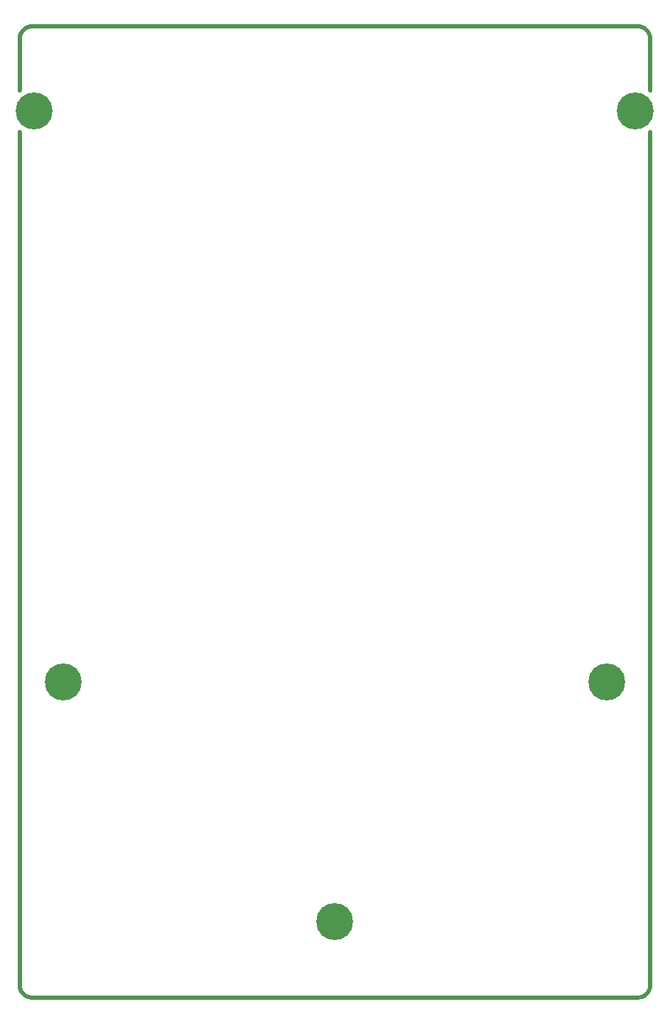
<source format=gtl>
G04 #@! TF.GenerationSoftware,KiCad,Pcbnew,(6.0.2)*
G04 #@! TF.CreationDate,2022-03-22T19:35:40-04:00*
G04 #@! TF.ProjectId,RYCpad_pcb_rear,52594370-6164-45f7-9063-625f72656172,rev?*
G04 #@! TF.SameCoordinates,Original*
G04 #@! TF.FileFunction,Copper,L1,Top*
G04 #@! TF.FilePolarity,Positive*
%FSLAX46Y46*%
G04 Gerber Fmt 4.6, Leading zero omitted, Abs format (unit mm)*
G04 Created by KiCad (PCBNEW (6.0.2)) date 2022-03-22 19:35:40*
%MOMM*%
%LPD*%
G01*
G04 APERTURE LIST*
G04 #@! TA.AperFunction,ComponentPad*
%ADD10C,4.400000*%
G04 #@! TD*
G04 APERTURE END LIST*
G36*
X37599343Y46673884D02*
G01*
X37623626Y46670291D01*
X37647440Y46664334D01*
X37670556Y46656070D01*
X37692749Y46645578D01*
X37713806Y46632961D01*
X37733525Y46618340D01*
X37751714Y46601855D01*
X37768199Y46583665D01*
X37782820Y46563947D01*
X37795438Y46542889D01*
X37805929Y46520696D01*
X37814193Y46497581D01*
X37820150Y46473767D01*
X37823743Y46449483D01*
X37824937Y46424964D01*
X37824937Y-55125425D01*
X37824765Y-55149986D01*
X37824250Y-55174540D01*
X37823391Y-55199081D01*
X37822189Y-55223607D01*
X37820645Y-55248111D01*
X37818757Y-55272591D01*
X37816527Y-55297041D01*
X37813955Y-55321457D01*
X37811041Y-55345836D01*
X37807785Y-55370172D01*
X37804188Y-55394462D01*
X37800249Y-55418700D01*
X37795969Y-55442884D01*
X37791348Y-55467007D01*
X37786386Y-55491059D01*
X37781085Y-55515027D01*
X37775446Y-55538909D01*
X37769471Y-55562703D01*
X37763161Y-55586405D01*
X37756519Y-55610013D01*
X37749546Y-55633524D01*
X37742243Y-55656935D01*
X37734613Y-55680244D01*
X37726658Y-55703447D01*
X37718378Y-55726543D01*
X37709776Y-55749527D01*
X37700853Y-55772397D01*
X37691611Y-55795152D01*
X37682053Y-55817770D01*
X37672180Y-55840240D01*
X37661995Y-55862559D01*
X37651500Y-55884724D01*
X37640695Y-55906733D01*
X37629584Y-55928584D01*
X37618168Y-55950276D01*
X37606448Y-55971806D01*
X37594427Y-55993171D01*
X37582106Y-56014370D01*
X37569488Y-56035400D01*
X37556574Y-56056260D01*
X37543366Y-56076947D01*
X37529866Y-56097459D01*
X37516078Y-56117791D01*
X37502013Y-56137932D01*
X37487673Y-56157877D01*
X37473059Y-56177623D01*
X37458174Y-56197164D01*
X37443019Y-56216496D01*
X37427596Y-56235615D01*
X37411907Y-56254515D01*
X37395955Y-56273193D01*
X37379741Y-56291643D01*
X37363267Y-56309861D01*
X37346536Y-56327842D01*
X37329548Y-56345583D01*
X37312307Y-56363077D01*
X37294820Y-56380311D01*
X37277100Y-56397294D01*
X37259151Y-56414023D01*
X37240973Y-56430496D01*
X37222571Y-56446710D01*
X37203946Y-56462663D01*
X37185100Y-56478354D01*
X37166036Y-56493779D01*
X37146757Y-56508937D01*
X37127264Y-56523825D01*
X37107560Y-56538441D01*
X37087648Y-56552783D01*
X37067530Y-56566847D01*
X37047207Y-56580633D01*
X37026688Y-56594136D01*
X37005980Y-56607345D01*
X36985089Y-56620260D01*
X36964018Y-56632879D01*
X36942771Y-56645199D01*
X36921354Y-56657220D01*
X36899770Y-56668940D01*
X36878024Y-56680356D01*
X36856120Y-56691466D01*
X36834063Y-56702270D01*
X36811856Y-56712765D01*
X36789504Y-56722950D01*
X36767012Y-56732823D01*
X36744384Y-56742381D01*
X36719876Y-56752312D01*
X36695232Y-56761857D01*
X36670457Y-56771018D01*
X36645553Y-56779794D01*
X36620524Y-56788186D01*
X36595374Y-56796196D01*
X36570107Y-56803823D01*
X36544726Y-56811069D01*
X36519234Y-56817934D01*
X36493636Y-56824419D01*
X36467935Y-56830524D01*
X36442134Y-56836251D01*
X36416237Y-56841600D01*
X36392114Y-56846223D01*
X36367931Y-56850504D01*
X36343692Y-56854444D01*
X36319403Y-56858042D01*
X36295067Y-56861298D01*
X36270688Y-56864212D01*
X36246272Y-56866783D01*
X36221822Y-56869012D01*
X36197342Y-56870899D01*
X36172838Y-56872443D01*
X36148313Y-56873644D01*
X36123771Y-56874502D01*
X36099218Y-56875017D01*
X36074657Y-56875189D01*
X-36074944Y-56875189D01*
X-36099505Y-56875017D01*
X-36124059Y-56874501D01*
X-36148600Y-56873642D01*
X-36173126Y-56872439D01*
X-36197630Y-56870894D01*
X-36222110Y-56869006D01*
X-36246560Y-56866775D01*
X-36270976Y-56864203D01*
X-36295355Y-56861288D01*
X-36319691Y-56858033D01*
X-36343981Y-56854436D01*
X-36368219Y-56850498D01*
X-36392403Y-56846219D01*
X-36416526Y-56841600D01*
X-36442425Y-56836251D01*
X-36468227Y-56830524D01*
X-36493928Y-56824419D01*
X-36519527Y-56817934D01*
X-36545018Y-56811069D01*
X-36570399Y-56803823D01*
X-36595666Y-56796196D01*
X-36620815Y-56788186D01*
X-36645843Y-56779794D01*
X-36670746Y-56771018D01*
X-36695521Y-56761857D01*
X-36720163Y-56752312D01*
X-36744671Y-56742381D01*
X-36767299Y-56732823D01*
X-36789791Y-56722950D01*
X-36812143Y-56712765D01*
X-36834350Y-56702270D01*
X-36856408Y-56691466D01*
X-36878312Y-56680356D01*
X-36900058Y-56668940D01*
X-36921642Y-56657220D01*
X-36943059Y-56645199D01*
X-36964306Y-56632879D01*
X-36985377Y-56620260D01*
X-37006268Y-56607345D01*
X-37026975Y-56594136D01*
X-37047494Y-56580633D01*
X-37067817Y-56566847D01*
X-37087936Y-56552783D01*
X-37107848Y-56538441D01*
X-37127552Y-56523825D01*
X-37147045Y-56508937D01*
X-37166325Y-56493779D01*
X-37185389Y-56478354D01*
X-37204235Y-56462663D01*
X-37222860Y-56446710D01*
X-37241263Y-56430496D01*
X-37259440Y-56414023D01*
X-37277389Y-56397294D01*
X-37295109Y-56380311D01*
X-37312596Y-56363077D01*
X-37329830Y-56345583D01*
X-37346812Y-56327842D01*
X-37363541Y-56309861D01*
X-37380013Y-56291643D01*
X-37396226Y-56273193D01*
X-37412179Y-56254515D01*
X-37427869Y-56235615D01*
X-37443294Y-56216496D01*
X-37458451Y-56197164D01*
X-37473340Y-56177623D01*
X-37487956Y-56157877D01*
X-37502298Y-56137932D01*
X-37516364Y-56117791D01*
X-37530152Y-56097459D01*
X-37543653Y-56076947D01*
X-37556861Y-56056260D01*
X-37569776Y-56035400D01*
X-37582395Y-56014370D01*
X-37594716Y-55993171D01*
X-37606738Y-55971806D01*
X-37618459Y-55950276D01*
X-37629876Y-55928584D01*
X-37640987Y-55906733D01*
X-37651792Y-55884724D01*
X-37662288Y-55862559D01*
X-37672472Y-55840240D01*
X-37682343Y-55817770D01*
X-37691900Y-55795152D01*
X-37701142Y-55772397D01*
X-37710065Y-55749527D01*
X-37718667Y-55726543D01*
X-37726947Y-55703447D01*
X-37734902Y-55680244D01*
X-37742532Y-55656935D01*
X-37749834Y-55633524D01*
X-37756807Y-55610013D01*
X-37763449Y-55586405D01*
X-37769758Y-55562703D01*
X-37775733Y-55538909D01*
X-37781372Y-55515027D01*
X-37786673Y-55491059D01*
X-37791635Y-55467007D01*
X-37796256Y-55442884D01*
X-37800536Y-55418700D01*
X-37804475Y-55394462D01*
X-37808073Y-55370172D01*
X-37811329Y-55345836D01*
X-37814243Y-55321457D01*
X-37816815Y-55297041D01*
X-37819046Y-55272591D01*
X-37820933Y-55248111D01*
X-37822478Y-55223607D01*
X-37823680Y-55199081D01*
X-37824539Y-55174540D01*
X-37825054Y-55149986D01*
X-37825226Y-55125425D01*
X-37825226Y46424964D01*
X-37824708Y46424964D01*
X-37823514Y46449483D01*
X-37819921Y46473767D01*
X-37813964Y46497581D01*
X-37805699Y46520696D01*
X-37795208Y46542889D01*
X-37782591Y46563947D01*
X-37767970Y46583665D01*
X-37751485Y46601855D01*
X-37733295Y46618340D01*
X-37713577Y46632961D01*
X-37692520Y46645578D01*
X-37670326Y46656070D01*
X-37647211Y46664334D01*
X-37623397Y46670291D01*
X-37599113Y46673884D01*
X-37574594Y46675078D01*
X-37550110Y46673837D01*
X-37525865Y46670203D01*
X-37502092Y46664212D01*
X-37479021Y46655922D01*
X-37456872Y46645411D01*
X-37435860Y46632782D01*
X-37416185Y46618156D01*
X-37398038Y46601672D01*
X-37381592Y46583491D01*
X-37367006Y46563786D01*
X-37354420Y46542747D01*
X-37343956Y46520577D01*
X-37335713Y46497488D01*
X-37329771Y46473704D01*
X-37326188Y46449451D01*
X-37324997Y46424964D01*
X-37324997Y-55125425D01*
X-37324763Y-55149983D01*
X-37324058Y-55174525D01*
X-37322881Y-55199043D01*
X-37321229Y-55223528D01*
X-37319101Y-55247974D01*
X-37316493Y-55272373D01*
X-37313404Y-55296716D01*
X-37309832Y-55320997D01*
X-37305773Y-55345207D01*
X-37301227Y-55369339D01*
X-37296194Y-55393381D01*
X-37290682Y-55417315D01*
X-37284694Y-55441133D01*
X-37278237Y-55464828D01*
X-37271315Y-55488391D01*
X-37263934Y-55511814D01*
X-37256098Y-55535089D01*
X-37247812Y-55558209D01*
X-37239083Y-55581164D01*
X-37229914Y-55603948D01*
X-37220299Y-55626541D01*
X-37210260Y-55648927D01*
X-37199798Y-55671101D01*
X-37188911Y-55693058D01*
X-37177599Y-55714792D01*
X-37165864Y-55736299D01*
X-37153703Y-55757573D01*
X-37141119Y-55778611D01*
X-37128109Y-55799407D01*
X-37114674Y-55819956D01*
X-37100828Y-55840232D01*
X-37086588Y-55860212D01*
X-37071958Y-55879892D01*
X-37056946Y-55899270D01*
X-37041555Y-55918346D01*
X-37025792Y-55937115D01*
X-37009662Y-55955576D01*
X-36993171Y-55973728D01*
X-36976325Y-55991567D01*
X-36959129Y-56009091D01*
X-36941589Y-56026288D01*
X-36923710Y-56043135D01*
X-36905501Y-56059626D01*
X-36886969Y-56075756D01*
X-36868123Y-56091519D01*
X-36848971Y-56106909D01*
X-36829522Y-56121922D01*
X-36809784Y-56136552D01*
X-36789766Y-56150793D01*
X-36769475Y-56164640D01*
X-36748926Y-56178079D01*
X-36728130Y-56191123D01*
X-36707092Y-56203764D01*
X-36685818Y-56215996D01*
X-36664311Y-56227811D01*
X-36642577Y-56239203D01*
X-36620620Y-56250164D01*
X-36598446Y-56260688D01*
X-36576060Y-56270767D01*
X-36553467Y-56280395D01*
X-36530686Y-56289549D01*
X-36507732Y-56298240D01*
X-36484613Y-56306469D01*
X-36461337Y-56314235D01*
X-36437914Y-56321541D01*
X-36414350Y-56328386D01*
X-36390654Y-56334773D01*
X-36366835Y-56340702D01*
X-36342900Y-56346174D01*
X-36318858Y-56351189D01*
X-36294726Y-56355753D01*
X-36270516Y-56359852D01*
X-36246235Y-56363483D01*
X-36221892Y-56366643D01*
X-36197493Y-56369326D01*
X-36173048Y-56371531D01*
X-36148562Y-56373252D01*
X-36124044Y-56374486D01*
X-36099502Y-56375229D01*
X-36074944Y-56375478D01*
X36074657Y-56375478D01*
X36099215Y-56375229D01*
X36123756Y-56374486D01*
X36148273Y-56373252D01*
X36172759Y-56371531D01*
X36197204Y-56369326D01*
X36221603Y-56366643D01*
X36245946Y-56363483D01*
X36270227Y-56359852D01*
X36294437Y-56355753D01*
X36318569Y-56351189D01*
X36342610Y-56346171D01*
X36366545Y-56340698D01*
X36390363Y-56334769D01*
X36414058Y-56328382D01*
X36437622Y-56321537D01*
X36461045Y-56314232D01*
X36484321Y-56306467D01*
X36507441Y-56298239D01*
X36530396Y-56289549D01*
X36553180Y-56280395D01*
X36575773Y-56270767D01*
X36598159Y-56260688D01*
X36620332Y-56250164D01*
X36642289Y-56239203D01*
X36664023Y-56227811D01*
X36685530Y-56215996D01*
X36706805Y-56203764D01*
X36727843Y-56191123D01*
X36748639Y-56178079D01*
X36769189Y-56164640D01*
X36789479Y-56150793D01*
X36809497Y-56136552D01*
X36829233Y-56121922D01*
X36848681Y-56106909D01*
X36867832Y-56091519D01*
X36886677Y-56075756D01*
X36905208Y-56059626D01*
X36923418Y-56043135D01*
X36941298Y-56026288D01*
X36958839Y-56009091D01*
X36976036Y-55991567D01*
X36992883Y-55973728D01*
X37009374Y-55955576D01*
X37025504Y-55937115D01*
X37041267Y-55918346D01*
X37056657Y-55899270D01*
X37071670Y-55879892D01*
X37086299Y-55860212D01*
X37100539Y-55840232D01*
X37114385Y-55819956D01*
X37127820Y-55799407D01*
X37140830Y-55778611D01*
X37153417Y-55757573D01*
X37165578Y-55736299D01*
X37177315Y-55714792D01*
X37188627Y-55693058D01*
X37199514Y-55671101D01*
X37209976Y-55648927D01*
X37220013Y-55626541D01*
X37229624Y-55603948D01*
X37238805Y-55581164D01*
X37247541Y-55558209D01*
X37255829Y-55535089D01*
X37263663Y-55511814D01*
X37271041Y-55488391D01*
X37277957Y-55464828D01*
X37284410Y-55441133D01*
X37290393Y-55417315D01*
X37295904Y-55393381D01*
X37300938Y-55369339D01*
X37305494Y-55345207D01*
X37309558Y-55320997D01*
X37313133Y-55296716D01*
X37316222Y-55272373D01*
X37318828Y-55247974D01*
X37320953Y-55223528D01*
X37322601Y-55199043D01*
X37323775Y-55174525D01*
X37324477Y-55149983D01*
X37324710Y-55125425D01*
X37324710Y46424964D01*
X37325226Y46424964D01*
X37326417Y46449451D01*
X37330001Y46473704D01*
X37335942Y46497488D01*
X37344185Y46520577D01*
X37354650Y46542747D01*
X37367235Y46563786D01*
X37381821Y46583491D01*
X37398267Y46601672D01*
X37416414Y46618156D01*
X37436089Y46632782D01*
X37457102Y46645411D01*
X37479250Y46655922D01*
X37502322Y46664212D01*
X37526094Y46670203D01*
X37550339Y46673837D01*
X37574824Y46675078D01*
X37599343Y46673884D01*
G37*
G36*
X36099218Y59255017D02*
G01*
X36123771Y59254502D01*
X36148313Y59253643D01*
X36172838Y59252442D01*
X36197342Y59250897D01*
X36221822Y59249010D01*
X36246272Y59246781D01*
X36270688Y59244209D01*
X36295067Y59241295D01*
X36319403Y59238039D01*
X36343692Y59234441D01*
X36367931Y59230502D01*
X36392114Y59226221D01*
X36416237Y59221599D01*
X36442134Y59216250D01*
X36467935Y59210522D01*
X36493636Y59204416D01*
X36519234Y59197931D01*
X36544726Y59191066D01*
X36570107Y59183820D01*
X36595374Y59176193D01*
X36620524Y59168184D01*
X36645553Y59159791D01*
X36670457Y59151016D01*
X36695232Y59141856D01*
X36719876Y59132311D01*
X36744384Y59122380D01*
X36767012Y59112823D01*
X36789504Y59102951D01*
X36811856Y59092766D01*
X36834063Y59082271D01*
X36856120Y59071466D01*
X36878024Y59060355D01*
X36899770Y59048939D01*
X36921354Y59037219D01*
X36942771Y59025198D01*
X36964018Y59012877D01*
X36985089Y59000258D01*
X37005980Y58987343D01*
X37026688Y58974134D01*
X37047207Y58960633D01*
X37067530Y58946839D01*
X37087648Y58932755D01*
X37107560Y58918383D01*
X37127264Y58903728D01*
X37146757Y58888795D01*
X37166036Y58873587D01*
X37185100Y58858110D01*
X37203946Y58842366D01*
X37222571Y58826361D01*
X37240973Y58810099D01*
X37259151Y58793583D01*
X37277100Y58776818D01*
X37294820Y58759808D01*
X37312307Y58742558D01*
X37329548Y58725072D01*
X37346536Y58707354D01*
X37363267Y58689405D01*
X37379741Y58671228D01*
X37395955Y58652826D01*
X37411907Y58634201D01*
X37427596Y58615355D01*
X37443019Y58596291D01*
X37458174Y58577011D01*
X37473059Y58557518D01*
X37487673Y58537813D01*
X37502013Y58517900D01*
X37516078Y58497781D01*
X37529866Y58477458D01*
X37543366Y58456946D01*
X37556573Y58436260D01*
X37569487Y58415400D01*
X37582105Y58394370D01*
X37594424Y58373171D01*
X37606445Y58351806D01*
X37618164Y58330277D01*
X37629580Y58308586D01*
X37640691Y58286734D01*
X37651495Y58264725D01*
X37661991Y58242560D01*
X37672177Y58220241D01*
X37682051Y58197771D01*
X37691611Y58175151D01*
X37700853Y58152398D01*
X37709776Y58129528D01*
X37718378Y58106545D01*
X37726658Y58083449D01*
X37734613Y58060246D01*
X37742243Y58036937D01*
X37749546Y58013525D01*
X37756519Y57990013D01*
X37763161Y57966405D01*
X37769471Y57942702D01*
X37775446Y57918908D01*
X37781085Y57895025D01*
X37786386Y57871057D01*
X37791348Y57847006D01*
X37795970Y57822883D01*
X37800252Y57798700D01*
X37804191Y57774462D01*
X37807789Y57750173D01*
X37811045Y57725837D01*
X37813959Y57701458D01*
X37816530Y57677041D01*
X37818760Y57652591D01*
X37820647Y57628111D01*
X37822191Y57603607D01*
X37823392Y57579081D01*
X37824250Y57554540D01*
X37824765Y57529986D01*
X37824937Y57505425D01*
X37824937Y51363681D01*
X37823743Y51339162D01*
X37820150Y51314878D01*
X37814193Y51291064D01*
X37805929Y51267949D01*
X37795438Y51245755D01*
X37782820Y51224698D01*
X37768199Y51204980D01*
X37751714Y51186790D01*
X37733525Y51170305D01*
X37713806Y51155684D01*
X37692749Y51143066D01*
X37670556Y51132575D01*
X37647440Y51124311D01*
X37623626Y51118354D01*
X37599343Y51114761D01*
X37574824Y51113567D01*
X37550339Y51114808D01*
X37526094Y51118442D01*
X37502322Y51124433D01*
X37479250Y51132723D01*
X37457102Y51143234D01*
X37436089Y51155863D01*
X37416414Y51170489D01*
X37398267Y51186973D01*
X37381821Y51205154D01*
X37367235Y51224859D01*
X37354650Y51245898D01*
X37344185Y51268068D01*
X37335942Y51291156D01*
X37330001Y51314941D01*
X37326417Y51339194D01*
X37325226Y51363681D01*
X37324710Y51363681D01*
X37324710Y57505425D01*
X37324472Y57529983D01*
X37323766Y57554524D01*
X37322589Y57579041D01*
X37320938Y57603526D01*
X37318811Y57627971D01*
X37316205Y57652370D01*
X37313117Y57676713D01*
X37309545Y57700994D01*
X37305486Y57725205D01*
X37300938Y57749338D01*
X37295906Y57773378D01*
X37290397Y57797312D01*
X37284414Y57821131D01*
X37277962Y57844826D01*
X37271045Y57868390D01*
X37263666Y57891814D01*
X37255831Y57915090D01*
X37247542Y57938210D01*
X37238806Y57961165D01*
X37229624Y57983948D01*
X37220013Y58006540D01*
X37209976Y58028926D01*
X37199514Y58051099D01*
X37188627Y58073055D01*
X37177315Y58094790D01*
X37165578Y58116297D01*
X37153417Y58137573D01*
X37140830Y58158611D01*
X37127820Y58179407D01*
X37114385Y58199956D01*
X37100539Y58220232D01*
X37086299Y58240211D01*
X37071670Y58259890D01*
X37056657Y58279268D01*
X37041267Y58298343D01*
X37025504Y58317112D01*
X37009374Y58335573D01*
X36992883Y58353725D01*
X36976036Y58371565D01*
X36958839Y58389092D01*
X36941298Y58406288D01*
X36923418Y58423134D01*
X36905208Y58439625D01*
X36886677Y58455755D01*
X36867832Y58471518D01*
X36848681Y58486909D01*
X36829233Y58501922D01*
X36809497Y58516551D01*
X36789479Y58530792D01*
X36769189Y58544638D01*
X36748639Y58558087D01*
X36727843Y58571136D01*
X36706805Y58583780D01*
X36685530Y58596011D01*
X36664023Y58607824D01*
X36642289Y58619212D01*
X36620332Y58630169D01*
X36598159Y58640689D01*
X36575773Y58650766D01*
X36553180Y58660393D01*
X36530396Y58669558D01*
X36507441Y58678254D01*
X36484321Y58686484D01*
X36461045Y58694249D01*
X36437622Y58701551D01*
X36414058Y58708393D01*
X36390363Y58714775D01*
X36366545Y58720701D01*
X36342610Y58726172D01*
X36318569Y58731190D01*
X36294437Y58735752D01*
X36270227Y58739850D01*
X36245946Y58743481D01*
X36221603Y58746641D01*
X36197204Y58749325D01*
X36172759Y58751529D01*
X36148273Y58753251D01*
X36123756Y58754485D01*
X36099215Y58755229D01*
X36074657Y58755478D01*
X-36074944Y58755478D01*
X-36099502Y58755229D01*
X-36124044Y58754485D01*
X-36148562Y58753250D01*
X-36173048Y58751528D01*
X-36197493Y58749323D01*
X-36221892Y58746639D01*
X-36246235Y58743480D01*
X-36270516Y58739849D01*
X-36294726Y58735751D01*
X-36318858Y58731190D01*
X-36342900Y58726172D01*
X-36366835Y58720701D01*
X-36390654Y58714775D01*
X-36414350Y58708393D01*
X-36437914Y58701551D01*
X-36461337Y58694249D01*
X-36484613Y58686484D01*
X-36507732Y58678255D01*
X-36530686Y58669558D01*
X-36553467Y58660393D01*
X-36576060Y58650766D01*
X-36598446Y58640689D01*
X-36620620Y58630169D01*
X-36642577Y58619212D01*
X-36664311Y58607824D01*
X-36685818Y58596011D01*
X-36707092Y58583780D01*
X-36728130Y58571136D01*
X-36748926Y58558087D01*
X-36769475Y58544638D01*
X-36789766Y58530792D01*
X-36809784Y58516551D01*
X-36829522Y58501922D01*
X-36848971Y58486909D01*
X-36868123Y58471518D01*
X-36886969Y58455755D01*
X-36905501Y58439625D01*
X-36923710Y58423134D01*
X-36941589Y58406288D01*
X-36959129Y58389092D01*
X-36976325Y58371565D01*
X-36993171Y58353725D01*
X-37009662Y58335573D01*
X-37025792Y58317111D01*
X-37041555Y58298342D01*
X-37056946Y58279268D01*
X-37071958Y58259890D01*
X-37086588Y58240211D01*
X-37100828Y58220232D01*
X-37114674Y58199956D01*
X-37128109Y58179407D01*
X-37141119Y58158611D01*
X-37153703Y58137573D01*
X-37165864Y58116297D01*
X-37177599Y58094790D01*
X-37188911Y58073055D01*
X-37199798Y58051099D01*
X-37210260Y58028926D01*
X-37220299Y58006540D01*
X-37229914Y57983948D01*
X-37239083Y57961165D01*
X-37247812Y57938210D01*
X-37256098Y57915090D01*
X-37263934Y57891814D01*
X-37271315Y57868390D01*
X-37278237Y57844826D01*
X-37284694Y57821131D01*
X-37290682Y57797312D01*
X-37296194Y57773378D01*
X-37301227Y57749338D01*
X-37305773Y57725205D01*
X-37309832Y57700994D01*
X-37313404Y57676713D01*
X-37316493Y57652369D01*
X-37319101Y57627971D01*
X-37321229Y57603525D01*
X-37322881Y57579040D01*
X-37324058Y57554524D01*
X-37324763Y57529982D01*
X-37324997Y57505425D01*
X-37324997Y51363681D01*
X-37326188Y51339194D01*
X-37329771Y51314941D01*
X-37335713Y51291156D01*
X-37343956Y51268068D01*
X-37354420Y51245898D01*
X-37367006Y51224859D01*
X-37381592Y51205154D01*
X-37398038Y51186973D01*
X-37416185Y51170489D01*
X-37435860Y51155863D01*
X-37456872Y51143234D01*
X-37479021Y51132723D01*
X-37502092Y51124433D01*
X-37525865Y51118442D01*
X-37550110Y51114808D01*
X-37574594Y51113567D01*
X-37599113Y51114761D01*
X-37623397Y51118354D01*
X-37647211Y51124311D01*
X-37670326Y51132575D01*
X-37692520Y51143066D01*
X-37713577Y51155684D01*
X-37733295Y51170305D01*
X-37751485Y51186790D01*
X-37767970Y51204980D01*
X-37782591Y51224698D01*
X-37795208Y51245755D01*
X-37805699Y51267949D01*
X-37813964Y51291064D01*
X-37819921Y51314878D01*
X-37823514Y51339162D01*
X-37824708Y51363681D01*
X-37825226Y51363681D01*
X-37825226Y57505425D01*
X-37825052Y57529986D01*
X-37824536Y57554540D01*
X-37823676Y57579081D01*
X-37822473Y57603607D01*
X-37820928Y57628111D01*
X-37819041Y57652591D01*
X-37816812Y57677041D01*
X-37814240Y57701458D01*
X-37811326Y57725837D01*
X-37808071Y57750173D01*
X-37804474Y57774462D01*
X-37800535Y57798700D01*
X-37796256Y57822883D01*
X-37791635Y57847006D01*
X-37786673Y57871057D01*
X-37781372Y57895025D01*
X-37775733Y57918908D01*
X-37769758Y57942702D01*
X-37763449Y57966405D01*
X-37756807Y57990013D01*
X-37749834Y58013525D01*
X-37742532Y58036937D01*
X-37734902Y58060246D01*
X-37726947Y58083449D01*
X-37718667Y58106545D01*
X-37710065Y58129528D01*
X-37701142Y58152398D01*
X-37691900Y58175151D01*
X-37682343Y58197771D01*
X-37672472Y58220241D01*
X-37662288Y58242560D01*
X-37651792Y58264725D01*
X-37640987Y58286734D01*
X-37629876Y58308586D01*
X-37618459Y58330277D01*
X-37606738Y58351806D01*
X-37594716Y58373171D01*
X-37582395Y58394370D01*
X-37569776Y58415400D01*
X-37556861Y58436260D01*
X-37543653Y58456946D01*
X-37530152Y58477458D01*
X-37516364Y58497781D01*
X-37502298Y58517900D01*
X-37487956Y58537813D01*
X-37473340Y58557518D01*
X-37458451Y58577011D01*
X-37443294Y58596291D01*
X-37427869Y58615355D01*
X-37412179Y58634201D01*
X-37396226Y58652826D01*
X-37380013Y58671228D01*
X-37363541Y58689405D01*
X-37346812Y58707354D01*
X-37329830Y58725072D01*
X-37312596Y58742558D01*
X-37295109Y58759808D01*
X-37277389Y58776818D01*
X-37259440Y58793583D01*
X-37241263Y58810099D01*
X-37222860Y58826361D01*
X-37204235Y58842366D01*
X-37185389Y58858110D01*
X-37166325Y58873587D01*
X-37147045Y58888795D01*
X-37127552Y58903728D01*
X-37107848Y58918383D01*
X-37087936Y58932755D01*
X-37067817Y58946839D01*
X-37047494Y58960633D01*
X-37026975Y58974134D01*
X-37006268Y58987343D01*
X-36985377Y59000258D01*
X-36964306Y59012877D01*
X-36943059Y59025198D01*
X-36921642Y59037219D01*
X-36900058Y59048939D01*
X-36878312Y59060355D01*
X-36856408Y59071466D01*
X-36834350Y59082271D01*
X-36812143Y59092766D01*
X-36789791Y59102951D01*
X-36767299Y59112823D01*
X-36744671Y59122380D01*
X-36720163Y59132311D01*
X-36695521Y59141855D01*
X-36670746Y59151015D01*
X-36645843Y59159791D01*
X-36620815Y59168183D01*
X-36595666Y59176193D01*
X-36570399Y59183820D01*
X-36545018Y59191066D01*
X-36519527Y59197932D01*
X-36493928Y59204417D01*
X-36468227Y59210523D01*
X-36442425Y59216250D01*
X-36416526Y59221599D01*
X-36392403Y59226221D01*
X-36368219Y59230501D01*
X-36343981Y59234441D01*
X-36319691Y59238038D01*
X-36295355Y59241294D01*
X-36270976Y59244208D01*
X-36246560Y59246780D01*
X-36222110Y59249010D01*
X-36197630Y59250897D01*
X-36173126Y59252442D01*
X-36148600Y59253643D01*
X-36124059Y59254502D01*
X-36099505Y59255017D01*
X-36074944Y59255189D01*
X36074657Y59255189D01*
X36099218Y59255017D01*
G37*
D10*
X0Y-47625200D03*
X-32385000Y-19050000D03*
X32385000Y-19050000D03*
X35814000Y48895000D03*
X-35814000Y48895000D03*
M02*

</source>
